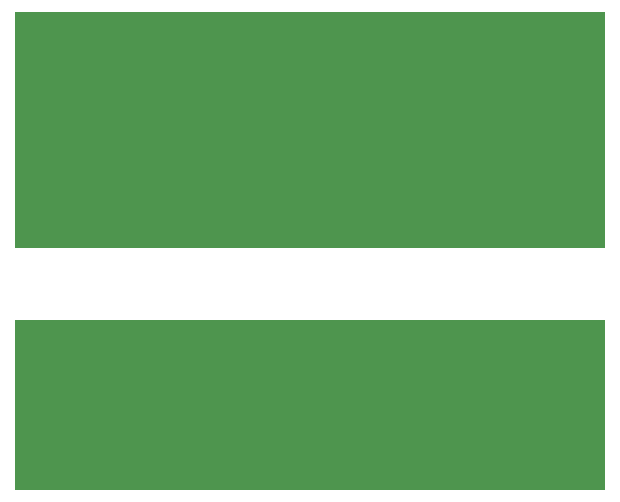
<source format=gbr>
G04 ===== Begin FILE IDENTIFICATION =====*
G04 File Format:  Gerber RS274X*
G04 ===== End FILE IDENTIFICATION =====*
%FSLAX24Y24*%
%MOMM*%
%SFA1.0000B1.0000*%
%OFA0.0B0.0*%
%ADD14R,50.000000X20.000000*%
%ADD15R,50.000000X14.473200*%
%LNcond2*%
%IPPOS*%
%LPD*%
G75*
D14*
X-531Y93732D03*
D15*
Y-138634D03*
M02*


</source>
